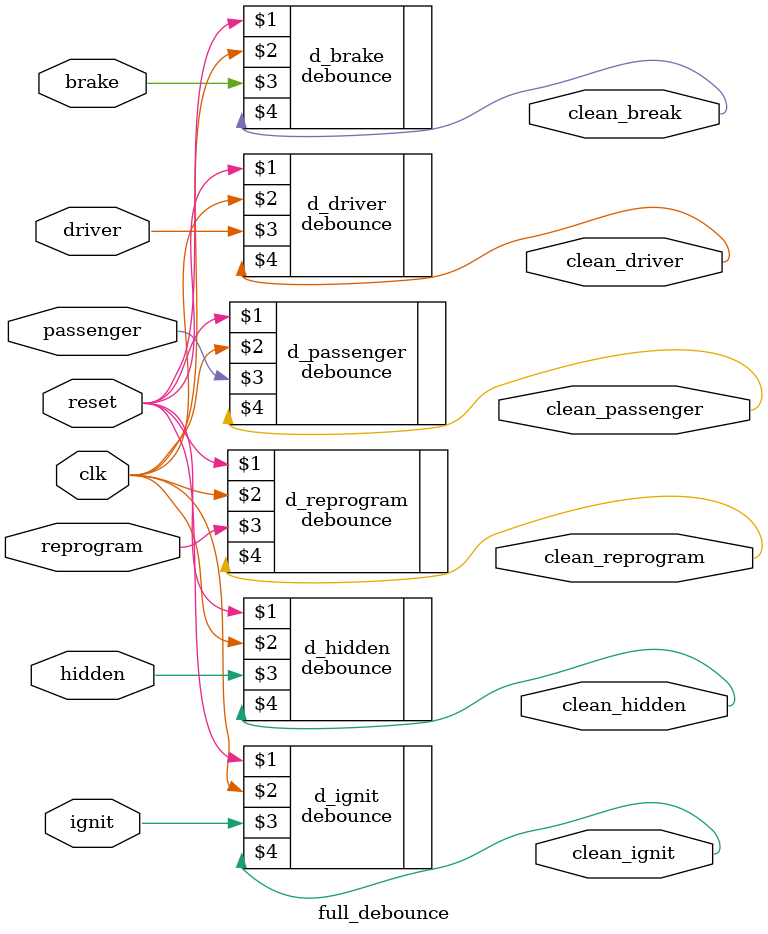
<source format=v>
module full_debounce (input reset, input clk, input brake, output clean_break, 
                      input hidden, output clean_hidden, input ignit, output clean_ignit,
                      input driver, output clean_driver, input passenger, output clean_passenger, input reprogram, output clean_reprogram);
                     
    
    debounce d_brake (reset, clk, brake, clean_break);
    debounce d_hidden (reset, clk, hidden, clean_hidden);
    debounce d_ignit (reset, clk, ignit, clean_ignit);
    debounce d_driver (reset, clk, driver, clean_driver);
    debounce d_passenger (reset, clk, passenger, clean_passenger);
    debounce d_reprogram (reset, clk, reprogram, clean_reprogram);
                                      
                      
endmodule

</source>
